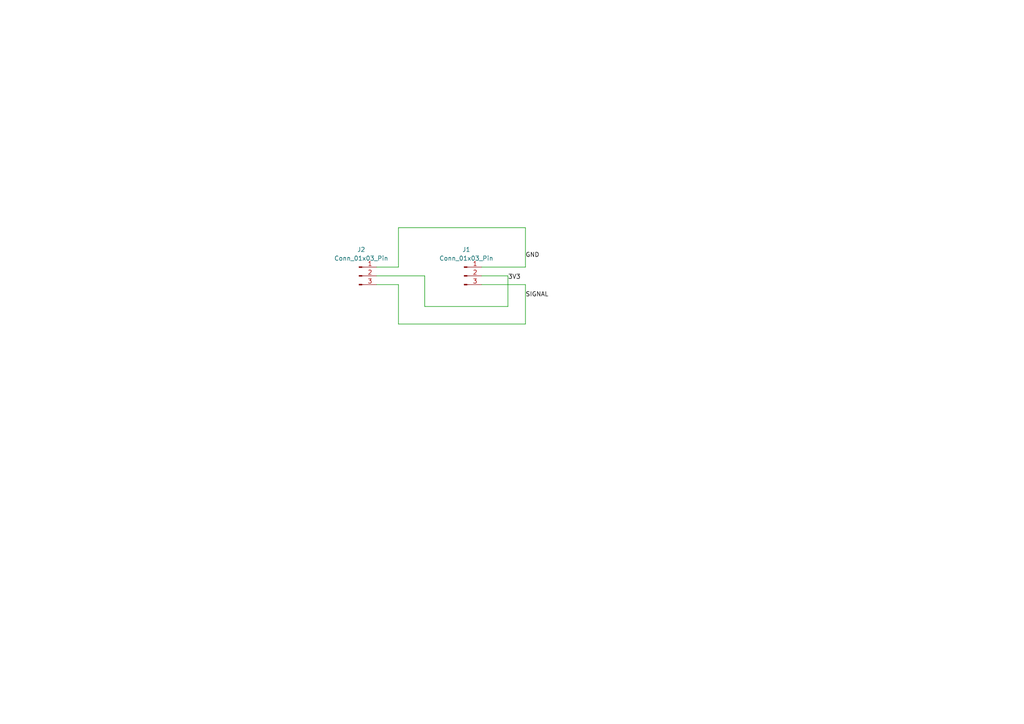
<source format=kicad_sch>
(kicad_sch (version 20231120) (generator "eeschema") (generator_version "8.0")
  (paper "A4")
  (title_block (title "BitMakeLab Component") (date "2024-05-14") (rev "1") (company "Think Create Learn"))
  (lib_symbols
    (symbol "Connector:Conn_01x03_Pin" (pin_names (offset 1.016) hide)
      (property "Reference" "J" (at 0 5.08 0))
      (property "Value" "Conn_01x03_Pin" (at 0 -5.08 0))
      (symbol "Conn_01x03_Pin_1_1"
        (polyline (pts (xy 1.27 -2.54) (xy 0.8636 -2.54)) (stroke (width 0.1524)))
        (polyline (pts (xy 1.27 0) (xy 0.8636 0)) (stroke (width 0.1524)))
        (polyline (pts (xy 1.27 2.54) (xy 0.8636 2.54)) (stroke (width 0.1524)))
        (rectangle (start 0.8636 -2.413) (end 0 -2.667) (stroke (width 0.1524)) (fill (type outline)))
        (rectangle (start 0.8636 0.127) (end 0 -0.127) (stroke (width 0.1524)) (fill (type outline)))
        (rectangle (start 0.8636 2.667) (end 0 2.413) (stroke (width 0.1524)) (fill (type outline)))
        (pin passive line (at 5.08 2.54 180) (length 3.81) (name "Pin_1") (number "1"))
        (pin passive line (at 5.08 0 180) (length 3.81) (name "Pin_2") (number "2"))
        (pin passive line (at 5.08 -2.54 180) (length 3.81) (name "Pin_3") (number "3"))
      )
    )
  )
  (wire (pts (xy 115.57 93.98) (xy 115.57 82.55)))
  (wire (pts (xy 139.7 77.47) (xy 152.4 77.47)))
  (wire (pts (xy 109.22 80.01) (xy 123.19 80.01)))
  (wire (pts (xy 152.4 66.04) (xy 115.57 66.04)))
  (wire (pts (xy 139.7 80.01) (xy 147.32 80.01)))
  (wire (pts (xy 152.4 93.98) (xy 115.57 93.98)))
  (wire (pts (xy 152.4 82.55) (xy 152.4 93.98)))
  (wire (pts (xy 139.7 82.55) (xy 152.4 82.55)))
  (wire (pts (xy 147.32 88.9) (xy 123.19 88.9)))
  (wire (pts (xy 147.32 80.01) (xy 147.32 88.9)))
  (wire (pts (xy 152.4 77.47) (xy 152.4 66.04)))
  (wire (pts (xy 109.22 82.55) (xy 115.57 82.55)))
  (wire (pts (xy 109.22 77.47) (xy 115.57 77.47)))
  (wire (pts (xy 115.57 66.04) (xy 115.57 77.47)))
  (wire (pts (xy 123.19 88.9) (xy 123.19 80.01)))
  (label "SIGNAL" (at 152.4 86.36 0))
  (label "3V3" (at 147.32 81.28 0))
  (label "GND" (at 152.4 74.93 0))
  (symbol (lib_id "Connector:Conn_01x03_Pin") (at 134.62 80.01 0) (unit 1)
    (property "Reference" "J1" (at 135.255 72.39 0))
    (property "Value" "Conn_01x03_Pin" (at 135.255 74.93 0))
    (property "Footprint" "Connector_PinHeader_2.54mm:PinHeader_1x03_P2.54mm_Vertical" (effects (hide yes)))
    (property "Description" "Generic connector, single row, 01x03, script generated" (effects (hide yes)))
  )
  (symbol (lib_id "Connector:Conn_01x03_Pin") (at 104.14 80.01 0) (unit 1)
    (property "Reference" "J2" (at 104.775 72.39 0))
    (property "Value" "Conn_01x03_Pin" (at 104.775 74.93 0))
    (property "Footprint" "Connector_PinHeader_2.54mm:PinHeader_1x03_P2.54mm_Vertical" (effects (hide yes)))
    (property "Description" "Generic connector, single row, 01x03, script generated" (effects (hide yes)))
  )
)
</source>
